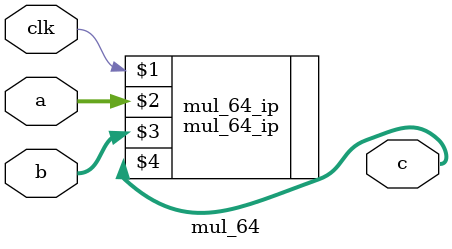
<source format=v>
`timescale 1ns / 1ps

module mul_64(
    input clk,
    input [63:0] a,
    input [63:0] b,
    output [127:0] c
    );

    mul_64_ip mul_64_ip(clk,a,b,c);

endmodule

</source>
